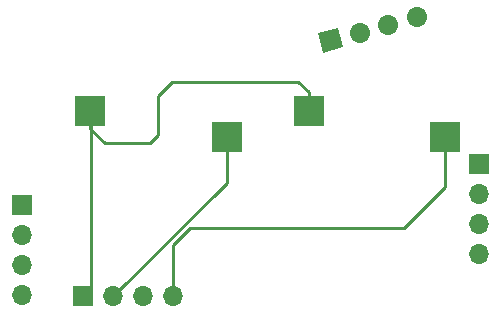
<source format=gbr>
G04 #@! TF.GenerationSoftware,KiCad,Pcbnew,(5.1.4)-1*
G04 #@! TF.CreationDate,2023-01-08T18:49:22-05:00*
G04 #@! TF.ProjectId,ThumbsUp,5468756d-6273-4557-902e-6b696361645f,rev?*
G04 #@! TF.SameCoordinates,Original*
G04 #@! TF.FileFunction,Copper,L2,Bot*
G04 #@! TF.FilePolarity,Positive*
%FSLAX46Y46*%
G04 Gerber Fmt 4.6, Leading zero omitted, Abs format (unit mm)*
G04 Created by KiCad (PCBNEW (5.1.4)-1) date 2023-01-08 18:49:22*
%MOMM*%
%LPD*%
G04 APERTURE LIST*
%ADD10C,1.700000*%
%ADD11C,1.700000*%
%ADD12C,0.100000*%
%ADD13O,1.700000X1.700000*%
%ADD14R,1.700000X1.700000*%
%ADD15R,2.600000X2.600000*%
%ADD16C,0.250000*%
G04 APERTURE END LIST*
D10*
X124447136Y-343218390D03*
D11*
X124447136Y-343218390D02*
X124447136Y-343218390D01*
D10*
X121993684Y-343875790D03*
D11*
X121993684Y-343875790D02*
X121993684Y-343875790D01*
D10*
X119540233Y-344533191D03*
D11*
X119540233Y-344533191D02*
X119540233Y-344533191D01*
D10*
X117086781Y-345190591D03*
D12*
G36*
X116045748Y-344589550D02*
G01*
X117687822Y-344149558D01*
X118127814Y-345791632D01*
X116485740Y-346231624D01*
X116045748Y-344589550D01*
X116045748Y-344589550D01*
G37*
D13*
X90963380Y-366777892D03*
X90963380Y-364237892D03*
X90963380Y-361697892D03*
D14*
X90963380Y-359157892D03*
D15*
X96761046Y-351140061D03*
X108311046Y-353340061D03*
X115261045Y-351140061D03*
X126811045Y-353340061D03*
D13*
X129681859Y-363278713D03*
X129681859Y-360738713D03*
X129681859Y-358198713D03*
D14*
X129681859Y-355658713D03*
D13*
X103790670Y-366874574D03*
X101250670Y-366874574D03*
X98710670Y-366874574D03*
D14*
X96170670Y-366874574D03*
D16*
X103790670Y-362519330D02*
X103790670Y-366874574D01*
X105206000Y-361104000D02*
X103790670Y-362519330D01*
X123306000Y-361104000D02*
X105206000Y-361104000D01*
X126811045Y-353340061D02*
X126811045Y-357598955D01*
X126811045Y-357598955D02*
X123306000Y-361104000D01*
X108311046Y-357274198D02*
X98710670Y-366874574D01*
X108311046Y-353340061D02*
X108311046Y-357274198D01*
X115261045Y-351140061D02*
X115261045Y-349590061D01*
X115261045Y-349590061D02*
X114374984Y-348704000D01*
X96761046Y-352690061D02*
X97974985Y-353904000D01*
X96761046Y-351140061D02*
X96761046Y-352690061D01*
X101771105Y-353904000D02*
X102506000Y-353169105D01*
X97974985Y-353904000D02*
X101771105Y-353904000D01*
X102506000Y-353169105D02*
X102506000Y-349904000D01*
X103706000Y-348704000D02*
X114374984Y-348704000D01*
X102506000Y-349904000D02*
X103706000Y-348704000D01*
X96806000Y-351185015D02*
X96761046Y-351140061D01*
X96170670Y-366874574D02*
X96806000Y-366239244D01*
X96806000Y-366239244D02*
X96806000Y-351185015D01*
M02*

</source>
